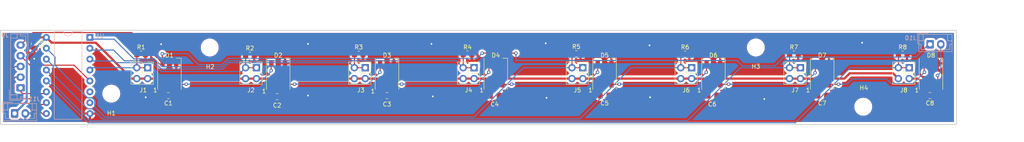
<source format=kicad_pcb>
(kicad_pcb (version 20171130) (host pcbnew "(5.1.9-0-10_14)")
  (layers (0 F.Cu signal) (31 B.Cu signal) (34 B.Paste user) (35 F.Paste user) (36 B.SilkS user) (37 F.SilkS user) (38 B.Mask user) (39 F.Mask user) (44 Edge.Cuts user))
  (net 0 "")
  (net 1 VDD)
  (net 2 GND)
  (net 3 /LED_In)
  (net 4 /InputNode1/DIN)
  (net 5 /InputNode2/DIN)
  (net 6 /InputNode3/DIN)
  (net 7 /LED_Link)
  (net 8 /InputNode5/DIN)
  (net 9 /InputNode6/DIN)
  (net 10 /InputNode7/DIN)
  (net 11 /LED_Out)
  (net 12 /BTN0)
  (net 13 /BTN1)
  (net 14 /BTN2)
  (net 15 /BTN3)
  (net 16 /BTN4)
  (net 17 /BTN5)
  (net 18 /BTN6)
  (net 19 /BTN7)
  (net 20 /MUX_OUT)
  (net 21 /ESPselA)
  (net 22 /ESPselB)
  (net 23 /ESPselC)
  (net 24 "Net-(U1-Pad6)")
  (net 25 "Net-(U1-Pad7)")
  (module Package_DIP:DIP-16_W10.16mm (layer B.Cu) (at 63.9826 85.471 180)
    (fp_text reference U1 (at -2.3368 0.3175) (layer B.SilkS) (effects (justify mirror)))
    (fp_text value SN74HC151N)
    (pad 1 thru_hole rect (at 0 0 180) (size 1.6 1.6) (drill 0.8) (layers *.Cu *.Mask) (net 15 /BTN3))
    (pad 9 thru_hole oval (at 10.16 -17.78 180) (size 1.6 1.6) (drill 0.8) (layers *.Cu *.Mask) (net 23 /ESPselC))
    (pad 2 thru_hole oval (at 0 -2.54 180) (size 1.6 1.6) (drill 0.8) (layers *.Cu *.Mask) (net 14 /BTN2))
    (pad 10 thru_hole oval (at 10.16 -15.24 180) (size 1.6 1.6) (drill 0.8) (layers *.Cu *.Mask) (net 22 /ESPselB))
    (pad 3 thru_hole oval (at 0 -5.08 180) (size 1.6 1.6) (drill 0.8) (layers *.Cu *.Mask) (net 13 /BTN1))
    (pad 11 thru_hole oval (at 10.16 -12.7 180) (size 1.6 1.6) (drill 0.8) (layers *.Cu *.Mask) (net 21 /ESPselA))
    (pad 4 thru_hole oval (at 0 -7.62 180) (size 1.6 1.6) (drill 0.8) (layers *.Cu *.Mask) (net 12 /BTN0))
    (pad 12 thru_hole oval (at 10.16 -10.16 180) (size 1.6 1.6) (drill 0.8) (layers *.Cu *.Mask) (net 19 /BTN7))
    (pad 5 thru_hole oval (at 0 -10.16 180) (size 1.6 1.6) (drill 0.8) (layers *.Cu *.Mask) (net 20 /MUX_OUT))
    (pad 13 thru_hole oval (at 10.16 -7.62 180) (size 1.6 1.6) (drill 0.8) (layers *.Cu *.Mask) (net 18 /BTN6))
    (pad 6 thru_hole oval (at 0 -12.7 180) (size 1.6 1.6) (drill 0.8) (layers *.Cu *.Mask) (net 24 "Net-(U1-Pad6)"))
    (pad 14 thru_hole oval (at 10.16 -5.08 180) (size 1.6 1.6) (drill 0.8) (layers *.Cu *.Mask) (net 17 /BTN5))
    (pad 7 thru_hole oval (at 0 -15.24 180) (size 1.6 1.6) (drill 0.8) (layers *.Cu *.Mask) (net 25 "Net-(U1-Pad7)"))
    (pad 15 thru_hole oval (at 10.16 -2.54 180) (size 1.6 1.6) (drill 0.8) (layers *.Cu *.Mask) (net 16 /BTN4))
    (pad 8 thru_hole oval (at 0 -17.78 180) (size 1.6 1.6) (drill 0.8) (layers *.Cu *.Mask) (net 2 GND))
    (pad 16 thru_hole oval (at 10.16 0 180) (size 1.6 1.6) (drill 0.8) (layers *.Cu *.Mask) (net 1 VDD))
  )
  (module Capacitor_SMD:C_0805_2012Metric_Pad1.18x1.45mm_HandSolder (layer F.Cu) (at 51.0413 86.9442 270)
    (fp_text reference C9 (at 0 -1.68 90) (layer F.SilkS))
    (fp_text value 0.1uF)
    (pad 2 smd roundrect (at 1.0375 0 270) (size 1.175 1.45) (layers F.Cu F.Paste F.Mask) (roundrect_rratio 0.212766) (net 2 GND))
    (pad 1 smd roundrect (at -1.0375 0 270) (size 1.175 1.45) (layers F.Cu F.Paste F.Mask) (roundrect_rratio 0.212766) (net 1 VDD))
  )
  (module Connector_JST:JST_EH_B2B-EH-A_1x02_P2.50mm_Vertical (layer B.Cu) (at 46.4058 103.2256)
    (fp_text reference J11 (at 4.5974 -3.3909) (layer B.SilkS) (effects (justify mirror)))
    (fp_text value ESP_Conn)
    (pad 2 thru_hole oval (at 2.5 0) (size 1.7 2) (drill 1) (layers *.Cu *.Mask) (net 2 GND))
    (pad 1 thru_hole roundrect (at 0 0) (size 1.7 2) (drill 1) (layers *.Cu *.Mask) (roundrect_rratio 0.147059) (net 1 VDD))
  )
  (module Connector_JST:JST_EH_B5B-EH-A_1x05_P2.50mm_Vertical (layer B.Cu) (at 47.8028 97.2566 90)
    (fp_text reference J9 (at 12.2809 -3.6449 180) (layer B.SilkS) (effects (justify mirror)))
    (fp_text value ESP_Conn)
    (pad 5 thru_hole oval (at 10 0 90) (size 1.7 1.95) (drill 0.95) (layers *.Cu *.Mask) (net 3 /LED_In))
    (pad 4 thru_hole oval (at 7.5 0 90) (size 1.7 1.95) (drill 0.95) (layers *.Cu *.Mask) (net 20 /MUX_OUT))
    (pad 3 thru_hole oval (at 5 0 90) (size 1.7 1.95) (drill 0.95) (layers *.Cu *.Mask) (net 23 /ESPselC))
    (pad 2 thru_hole oval (at 2.5 0 90) (size 1.7 1.95) (drill 0.95) (layers *.Cu *.Mask) (net 22 /ESPselB))
    (pad 1 thru_hole roundrect (at 0 0 90) (size 1.7 1.95) (drill 0.95) (layers *.Cu *.Mask) (roundrect_rratio 0.147059) (net 21 /ESPselA))
  )
  (module Connector_JST:JST_EH_B2B-EH-A_1x02_P2.50mm_Vertical (layer B.Cu) (at 260.1341 87.0839)
    (fp_text reference J10 (at -4.5466 -1.4732) (layer B.SilkS) (effects (justify mirror)))
    (fp_text value LED_Conn)
    (pad 2 thru_hole oval (at 2.5 0) (size 1.7 2) (drill 1) (layers *.Cu *.Mask) (net 11 /LED_Out))
    (pad 1 thru_hole roundrect (at 0 0) (size 1.7 2) (drill 1) (layers *.Cu *.Mask) (roundrect_rratio 0.147059) (net 3 /LED_In))
  )
  (module Resistor_SMD:R_0805_2012Metric_Pad1.20x1.40mm_HandSolder (layer F.Cu) (at 253.746 89.408)
    (fp_text reference R8 (at 0 -1.65) (layer F.SilkS))
    (fp_text value 10K)
    (pad 2 smd roundrect (at 1 0) (size 1.2 1.4) (layers F.Cu F.Paste F.Mask) (roundrect_rratio 0.208333) (net 2 GND))
    (pad 1 smd roundrect (at -1 0) (size 1.2 1.4) (layers F.Cu F.Paste F.Mask) (roundrect_rratio 0.208333) (net 19 /BTN7))
  )
  (module Resistor_SMD:R_0805_2012Metric_Pad1.20x1.40mm_HandSolder (layer F.Cu) (at 228.346 89.408)
    (fp_text reference R7 (at 0 -1.65) (layer F.SilkS))
    (fp_text value 10K)
    (pad 2 smd roundrect (at 1 0) (size 1.2 1.4) (layers F.Cu F.Paste F.Mask) (roundrect_rratio 0.208333) (net 2 GND))
    (pad 1 smd roundrect (at -1 0) (size 1.2 1.4) (layers F.Cu F.Paste F.Mask) (roundrect_rratio 0.208333) (net 18 /BTN6))
  )
  (module Resistor_SMD:R_0805_2012Metric_Pad1.20x1.40mm_HandSolder (layer F.Cu) (at 202.946 89.408)
    (fp_text reference R6 (at 0 -1.65) (layer F.SilkS))
    (fp_text value 10K)
    (pad 2 smd roundrect (at 1 0) (size 1.2 1.4) (layers F.Cu F.Paste F.Mask) (roundrect_rratio 0.208333) (net 2 GND))
    (pad 1 smd roundrect (at -1 0) (size 1.2 1.4) (layers F.Cu F.Paste F.Mask) (roundrect_rratio 0.208333) (net 17 /BTN5))
  )
  (module Resistor_SMD:R_0805_2012Metric_Pad1.20x1.40mm_HandSolder (layer F.Cu) (at 177.546 89.281)
    (fp_text reference R5 (at 0 -1.65) (layer F.SilkS))
    (fp_text value 10K)
    (pad 2 smd roundrect (at 1 0) (size 1.2 1.4) (layers F.Cu F.Paste F.Mask) (roundrect_rratio 0.208333) (net 2 GND))
    (pad 1 smd roundrect (at -1 0) (size 1.2 1.4) (layers F.Cu F.Paste F.Mask) (roundrect_rratio 0.208333) (net 16 /BTN4))
  )
  (module Resistor_SMD:R_0805_2012Metric_Pad1.20x1.40mm_HandSolder (layer F.Cu) (at 152.146 89.408)
    (fp_text reference R4 (at 0 -1.65) (layer F.SilkS))
    (fp_text value 10K)
    (pad 2 smd roundrect (at 1 0) (size 1.2 1.4) (layers F.Cu F.Paste F.Mask) (roundrect_rratio 0.208333) (net 2 GND))
    (pad 1 smd roundrect (at -1 0) (size 1.2 1.4) (layers F.Cu F.Paste F.Mask) (roundrect_rratio 0.208333) (net 15 /BTN3))
  )
  (module Resistor_SMD:R_0805_2012Metric_Pad1.20x1.40mm_HandSolder (layer F.Cu) (at 126.746 89.408)
    (fp_text reference R3 (at 0 -1.65) (layer F.SilkS))
    (fp_text value 10K)
    (pad 2 smd roundrect (at 1 0) (size 1.2 1.4) (layers F.Cu F.Paste F.Mask) (roundrect_rratio 0.208333) (net 2 GND))
    (pad 1 smd roundrect (at -1 0) (size 1.2 1.4) (layers F.Cu F.Paste F.Mask) (roundrect_rratio 0.208333) (net 14 /BTN2))
  )
  (module Resistor_SMD:R_0805_2012Metric_Pad1.20x1.40mm_HandSolder (layer F.Cu) (at 101.346 89.662)
    (fp_text reference R2 (at 0 -1.65) (layer F.SilkS))
    (fp_text value 10K)
    (pad 2 smd roundrect (at 1 0) (size 1.2 1.4) (layers F.Cu F.Paste F.Mask) (roundrect_rratio 0.208333) (net 2 GND))
    (pad 1 smd roundrect (at -1 0) (size 1.2 1.4) (layers F.Cu F.Paste F.Mask) (roundrect_rratio 0.208333) (net 13 /BTN1))
  )
  (module Resistor_SMD:R_0805_2012Metric_Pad1.20x1.40mm_HandSolder (layer F.Cu) (at 75.946 89.408)
    (fp_text reference R1 (at 0 -1.65) (layer F.SilkS))
    (fp_text value 10K)
    (pad 2 smd roundrect (at 1 0) (size 1.2 1.4) (layers F.Cu F.Paste F.Mask) (roundrect_rratio 0.208333) (net 2 GND))
    (pad 1 smd roundrect (at -1 0) (size 1.2 1.4) (layers F.Cu F.Paste F.Mask) (roundrect_rratio 0.208333) (net 12 /BTN0))
  )
  (module MountingHole:MountingHole_3.2mm_M3 (layer F.Cu) (at 219.456 87.8332)
    (fp_text reference H3 (at 0.0127 4.4323) (layer F.SilkS))
    (fp_text value MountingHole)
    (pad 1 np_thru_hole circle (at 0 0) (size 3.2 3.2) (drill 3.2) (layers *.Cu *.Mask))
  )
  (module MountingHole:MountingHole_3.2mm_M3 (layer F.Cu) (at 244.5385 101.6635)
    (fp_text reference H4 (at 0.1397 -4.3942) (layer F.SilkS))
    (fp_text value MountingHole)
    (pad 1 np_thru_hole circle (at 0 0) (size 3.2 3.2) (drill 3.2) (layers *.Cu *.Mask))
  )
  (module Capacitor_SMD:C_0805_2012Metric_Pad1.15x1.40mm_HandSolder (layer F.Cu) (at 82.305 99.06)
    (fp_text reference C1 (at 0 1.778) (layer F.SilkS))
    (fp_text value 100nF)
    (pad 1 smd roundrect (at -1.025 0) (size 1.15 1.4) (layers F.Cu F.Paste F.Mask) (roundrect_rratio 0.217391) (net 1 VDD))
    (pad 2 smd roundrect (at 1.025 0) (size 1.15 1.4) (layers F.Cu F.Paste F.Mask) (roundrect_rratio 0.217391) (net 2 GND))
  )
  (module Capacitor_SMD:C_0805_2012Metric_Pad1.15x1.40mm_HandSolder (layer F.Cu) (at 107.705 99.314)
    (fp_text reference C2 (at -0.009 2.032) (layer F.SilkS))
    (fp_text value 100nF)
    (pad 1 smd roundrect (at -1.025 0) (size 1.15 1.4) (layers F.Cu F.Paste F.Mask) (roundrect_rratio 0.217391) (net 1 VDD))
    (pad 2 smd roundrect (at 1.025 0) (size 1.15 1.4) (layers F.Cu F.Paste F.Mask) (roundrect_rratio 0.217391) (net 2 GND))
  )
  (module Capacitor_SMD:C_0805_2012Metric_Pad1.15x1.40mm_HandSolder (layer F.Cu) (at 133.35 99.06)
    (fp_text reference C3 (at 0 2.032) (layer F.SilkS))
    (fp_text value 100nF)
    (pad 1 smd roundrect (at -1.025 0) (size 1.15 1.4) (layers F.Cu F.Paste F.Mask) (roundrect_rratio 0.217391) (net 1 VDD))
    (pad 2 smd roundrect (at 1.025 0) (size 1.15 1.4) (layers F.Cu F.Paste F.Mask) (roundrect_rratio 0.217391) (net 2 GND))
  )
  (module Capacitor_SMD:C_0805_2012Metric_Pad1.15x1.40mm_HandSolder (layer F.Cu) (at 158.505 99.06)
    (fp_text reference C4 (at -0.009 2.032) (layer F.SilkS))
    (fp_text value 100nF)
    (pad 1 smd roundrect (at -1.025 0) (size 1.15 1.4) (layers F.Cu F.Paste F.Mask) (roundrect_rratio 0.217391) (net 1 VDD))
    (pad 2 smd roundrect (at 1.025 0) (size 1.15 1.4) (layers F.Cu F.Paste F.Mask) (roundrect_rratio 0.217391) (net 2 GND))
  )
  (module Capacitor_SMD:C_0805_2012Metric_Pad1.15x1.40mm_HandSolder (layer F.Cu) (at 184.15 99.06)
    (fp_text reference C5 (at 0 1.778) (layer F.SilkS))
    (fp_text value 100nF)
    (pad 2 smd roundrect (at 1.025 0) (size 1.15 1.4) (layers F.Cu F.Paste F.Mask) (roundrect_rratio 0.217391) (net 2 GND))
    (pad 1 smd roundrect (at -1.025 0) (size 1.15 1.4) (layers F.Cu F.Paste F.Mask) (roundrect_rratio 0.217391) (net 1 VDD))
  )
  (module Capacitor_SMD:C_0805_2012Metric_Pad1.15x1.40mm_HandSolder (layer F.Cu) (at 209.305 99.06)
    (fp_text reference C6 (at -0.009 2.032) (layer F.SilkS))
    (fp_text value 100nF)
    (pad 2 smd roundrect (at 1.025 0) (size 1.15 1.4) (layers F.Cu F.Paste F.Mask) (roundrect_rratio 0.217391) (net 2 GND))
    (pad 1 smd roundrect (at -1.025 0) (size 1.15 1.4) (layers F.Cu F.Paste F.Mask) (roundrect_rratio 0.217391) (net 1 VDD))
  )
  (module Capacitor_SMD:C_0805_2012Metric_Pad1.15x1.40mm_HandSolder (layer F.Cu) (at 234.95 99.06)
    (fp_text reference C7 (at 0 1.778) (layer F.SilkS))
    (fp_text value 100nF)
    (pad 2 smd roundrect (at 1.025 0) (size 1.15 1.4) (layers F.Cu F.Paste F.Mask) (roundrect_rratio 0.217391) (net 2 GND))
    (pad 1 smd roundrect (at -1.025 0) (size 1.15 1.4) (layers F.Cu F.Paste F.Mask) (roundrect_rratio 0.217391) (net 1 VDD))
  )
  (module Capacitor_SMD:C_0805_2012Metric_Pad1.15x1.40mm_HandSolder (layer F.Cu) (at 260.105 99.06)
    (fp_text reference C8 (at 0 1.778) (layer F.SilkS))
    (fp_text value 100nF)
    (pad 2 smd roundrect (at 1.025 0) (size 1.15 1.4) (layers F.Cu F.Paste F.Mask) (roundrect_rratio 0.217391) (net 2 GND))
    (pad 1 smd roundrect (at -1.025 0) (size 1.15 1.4) (layers F.Cu F.Paste F.Mask) (roundrect_rratio 0.217391) (net 1 VDD))
  )
  (module LED_SMD:LED_WS2812B_PLCC4_5.0x5.0mm_P3.2mm (layer F.Cu) (at 82.55 93.98 90)
    (fp_text reference D1 (at 4.318 0 180) (layer F.SilkS))
    (fp_text value WS2812C)
    (fp_text user 1 (at -3.81 -3.302 180) (layer F.SilkS))
    (pad 3 smd rect (at 2.45 1.6 90) (size 1.5 1) (layers F.Cu F.Paste F.Mask) (net 2 GND))
    (pad 4 smd rect (at 2.45 -1.6 90) (size 1.5 1) (layers F.Cu F.Paste F.Mask) (net 3 /LED_In))
    (pad 2 smd rect (at -2.45 1.6 90) (size 1.5 1) (layers F.Cu F.Paste F.Mask) (net 4 /InputNode1/DIN))
    (pad 1 smd rect (at -2.45 -1.6 90) (size 1.5 1) (layers F.Cu F.Paste F.Mask) (net 1 VDD))
  )
  (module LED_SMD:LED_WS2812B_PLCC4_5.0x5.0mm_P3.2mm (layer F.Cu) (at 107.95 93.98 90)
    (fp_text reference D2 (at 4.318 0 180) (layer F.SilkS))
    (fp_text value WS2812C)
    (fp_text user 1 (at -4.064 -3.302 180) (layer F.SilkS))
    (pad 1 smd rect (at -2.45 -1.6 90) (size 1.5 1) (layers F.Cu F.Paste F.Mask) (net 1 VDD))
    (pad 2 smd rect (at -2.45 1.6 90) (size 1.5 1) (layers F.Cu F.Paste F.Mask) (net 5 /InputNode2/DIN))
    (pad 4 smd rect (at 2.45 -1.6 90) (size 1.5 1) (layers F.Cu F.Paste F.Mask) (net 4 /InputNode1/DIN))
    (pad 3 smd rect (at 2.45 1.6 90) (size 1.5 1) (layers F.Cu F.Paste F.Mask) (net 2 GND))
  )
  (module LED_SMD:LED_WS2812B_PLCC4_5.0x5.0mm_P3.2mm (layer F.Cu) (at 133.35 93.98 90)
    (fp_text reference D3 (at 4.318 0 180) (layer F.SilkS))
    (fp_text value WS2812C)
    (fp_text user 1 (at -4.064 -3.302 180) (layer F.SilkS))
    (pad 1 smd rect (at -2.45 -1.6 90) (size 1.5 1) (layers F.Cu F.Paste F.Mask) (net 1 VDD))
    (pad 2 smd rect (at -2.45 1.6 90) (size 1.5 1) (layers F.Cu F.Paste F.Mask) (net 6 /InputNode3/DIN))
    (pad 4 smd rect (at 2.45 -1.6 90) (size 1.5 1) (layers F.Cu F.Paste F.Mask) (net 5 /InputNode2/DIN))
    (pad 3 smd rect (at 2.45 1.6 90) (size 1.5 1) (layers F.Cu F.Paste F.Mask) (net 2 GND))
  )
  (module LED_SMD:LED_WS2812B_PLCC4_5.0x5.0mm_P3.2mm (layer F.Cu) (at 158.75 93.98 90)
    (fp_text reference D4 (at 4.318 0 180) (layer F.SilkS))
    (fp_text value WS2812C)
    (fp_text user 1 (at -3.81 -3.302 180) (layer F.SilkS))
    (pad 3 smd rect (at 2.45 1.6 90) (size 1.5 1) (layers F.Cu F.Paste F.Mask) (net 2 GND))
    (pad 4 smd rect (at 2.45 -1.6 90) (size 1.5 1) (layers F.Cu F.Paste F.Mask) (net 6 /InputNode3/DIN))
    (pad 2 smd rect (at -2.45 1.6 90) (size 1.5 1) (layers F.Cu F.Paste F.Mask) (net 7 /LED_Link))
    (pad 1 smd rect (at -2.45 -1.6 90) (size 1.5 1) (layers F.Cu F.Paste F.Mask) (net 1 VDD))
  )
  (module LED_SMD:LED_WS2812B_PLCC4_5.0x5.0mm_P3.2mm (layer F.Cu) (at 184.15 93.98 90)
    (fp_text reference D5 (at 4.318 0 180) (layer F.SilkS))
    (fp_text value WS2812C)
    (fp_text user 1 (at -3.81 -3.302 180) (layer F.SilkS))
    (pad 1 smd rect (at -2.45 -1.6 90) (size 1.5 1) (layers F.Cu F.Paste F.Mask) (net 1 VDD))
    (pad 2 smd rect (at -2.45 1.6 90) (size 1.5 1) (layers F.Cu F.Paste F.Mask) (net 8 /InputNode5/DIN))
    (pad 4 smd rect (at 2.45 -1.6 90) (size 1.5 1) (layers F.Cu F.Paste F.Mask) (net 7 /LED_Link))
    (pad 3 smd rect (at 2.45 1.6 90) (size 1.5 1) (layers F.Cu F.Paste F.Mask) (net 2 GND))
  )
  (module LED_SMD:LED_WS2812B_PLCC4_5.0x5.0mm_P3.2mm (layer F.Cu) (at 209.55 93.98 90)
    (fp_text reference D6 (at 4.318 0 180) (layer F.SilkS))
    (fp_text value WS2812C)
    (fp_text user 1 (at -3.81 -3.302 180) (layer F.SilkS))
    (pad 3 smd rect (at 2.45 1.6 90) (size 1.5 1) (layers F.Cu F.Paste F.Mask) (net 2 GND))
    (pad 4 smd rect (at 2.45 -1.6 90) (size 1.5 1) (layers F.Cu F.Paste F.Mask) (net 8 /InputNode5/DIN))
    (pad 2 smd rect (at -2.45 1.6 90) (size 1.5 1) (layers F.Cu F.Paste F.Mask) (net 9 /InputNode6/DIN))
    (pad 1 smd rect (at -2.45 -1.6 90) (size 1.5 1) (layers F.Cu F.Paste F.Mask) (net 1 VDD))
  )
  (module LED_SMD:LED_WS2812B_PLCC4_5.0x5.0mm_P3.2mm (layer F.Cu) (at 234.95 93.98 90)
    (fp_text reference D7 (at 4.318 0 180) (layer F.SilkS))
    (fp_text value WS2812C)
    (fp_text user 1 (at -3.81 -3.302 180) (layer F.SilkS))
    (pad 3 smd rect (at 2.45 1.6 90) (size 1.5 1) (layers F.Cu F.Paste F.Mask) (net 2 GND))
    (pad 4 smd rect (at 2.45 -1.6 90) (size 1.5 1) (layers F.Cu F.Paste F.Mask) (net 9 /InputNode6/DIN))
    (pad 2 smd rect (at -2.45 1.6 90) (size 1.5 1) (layers F.Cu F.Paste F.Mask) (net 10 /InputNode7/DIN))
    (pad 1 smd rect (at -2.45 -1.6 90) (size 1.5 1) (layers F.Cu F.Paste F.Mask) (net 1 VDD))
  )
  (module LED_SMD:LED_WS2812B_PLCC4_5.0x5.0mm_P3.2mm (layer F.Cu) (at 260.35 93.98 90)
    (fp_text reference D8 (at 4.318 0 180) (layer F.SilkS))
    (fp_text value WS2812C)
    (fp_text user 1 (at -3.81 -3.302 180) (layer F.SilkS))
    (pad 1 smd rect (at -2.45 -1.6 90) (size 1.5 1) (layers F.Cu F.Paste F.Mask) (net 1 VDD))
    (pad 2 smd rect (at -2.45 1.6 90) (size 1.5 1) (layers F.Cu F.Paste F.Mask) (net 11 /LED_Out))
    (pad 4 smd rect (at 2.45 -1.6 90) (size 1.5 1) (layers F.Cu F.Paste F.Mask) (net 10 /InputNode7/DIN))
    (pad 3 smd rect (at 2.45 1.6 90) (size 1.5 1) (layers F.Cu F.Paste F.Mask) (net 2 GND))
  )
  (module MountingHole:MountingHole_3.2mm_M3 (layer F.Cu) (at 68.9864 98.6028)
    (fp_text reference H1 (at 0 4.572) (layer F.SilkS))
    (fp_text value MountingHole)
    (pad 1 np_thru_hole circle (at 0 0) (size 3.2 3.2) (drill 3.2) (layers *.Cu *.Mask))
  )
  (module MountingHole:MountingHole_3.2mm_M3 (layer F.Cu) (at 91.9607 87.8332)
    (fp_text reference H2 (at 0.1016 4.5085) (layer F.SilkS))
    (fp_text value MountingHole)
    (pad 1 np_thru_hole circle (at 0 0) (size 3.2 3.2) (drill 3.2) (layers *.Cu *.Mask))
  )
  (module Connector_PinSocket_2.54mm:PinSocket_2x02_P2.54mm_Vertical (layer F.Cu) (at 77.47 92.55)
    (fp_text reference J1 (at -1.016 5.24) (layer F.SilkS))
    (fp_text value Conn_01x04_Female)
    (pad 4 thru_hole oval (at -2.54 2.54) (size 1.7 1.7) (drill 1) (layers *.Cu *.Mask) (net 1 VDD))
    (pad 3 thru_hole oval (at 0 2.54) (size 1.7 1.7) (drill 1) (layers *.Cu *.Mask) (net 1 VDD))
    (pad 2 thru_hole oval (at -2.54 0) (size 1.7 1.7) (drill 1) (layers *.Cu *.Mask) (net 12 /BTN0))
    (pad 1 thru_hole rect (at 0 0) (size 1.7 1.7) (drill 1) (layers *.Cu *.Mask) (net 12 /BTN0))
  )
  (module Connector_PinSocket_2.54mm:PinSocket_2x02_P2.54mm_Vertical (layer F.Cu) (at 102.87 92.55)
    (fp_text reference J2 (at -1.27 5.24) (layer F.SilkS))
    (fp_text value Conn_01x04_Female)
    (pad 1 thru_hole rect (at 0 0) (size 1.7 1.7) (drill 1) (layers *.Cu *.Mask) (net 13 /BTN1))
    (pad 2 thru_hole oval (at -2.54 0) (size 1.7 1.7) (drill 1) (layers *.Cu *.Mask) (net 13 /BTN1))
    (pad 3 thru_hole oval (at 0 2.54) (size 1.7 1.7) (drill 1) (layers *.Cu *.Mask) (net 1 VDD))
    (pad 4 thru_hole oval (at -2.54 2.54) (size 1.7 1.7) (drill 1) (layers *.Cu *.Mask) (net 1 VDD))
  )
  (module Connector_PinSocket_2.54mm:PinSocket_2x02_P2.54mm_Vertical (layer F.Cu) (at 128.27 92.55)
    (fp_text reference J3 (at -1.016 5.24) (layer F.SilkS))
    (fp_text value Conn_01x04_Female)
    (pad 4 thru_hole oval (at -2.54 2.54) (size 1.7 1.7) (drill 1) (layers *.Cu *.Mask) (net 1 VDD))
    (pad 3 thru_hole oval (at 0 2.54) (size 1.7 1.7) (drill 1) (layers *.Cu *.Mask) (net 1 VDD))
    (pad 2 thru_hole oval (at -2.54 0) (size 1.7 1.7) (drill 1) (layers *.Cu *.Mask) (net 14 /BTN2))
    (pad 1 thru_hole rect (at 0 0) (size 1.7 1.7) (drill 1) (layers *.Cu *.Mask) (net 14 /BTN2))
  )
  (module Connector_PinSocket_2.54mm:PinSocket_2x02_P2.54mm_Vertical (layer F.Cu) (at 153.67 92.55)
    (fp_text reference J4 (at -1.27 5.24) (layer F.SilkS))
    (fp_text value Conn_01x04_Female)
    (pad 4 thru_hole oval (at -2.54 2.54) (size 1.7 1.7) (drill 1) (layers *.Cu *.Mask) (net 1 VDD))
    (pad 3 thru_hole oval (at 0 2.54) (size 1.7 1.7) (drill 1) (layers *.Cu *.Mask) (net 1 VDD))
    (pad 2 thru_hole oval (at -2.54 0) (size 1.7 1.7) (drill 1) (layers *.Cu *.Mask) (net 15 /BTN3))
    (pad 1 thru_hole rect (at 0 0) (size 1.7 1.7) (drill 1) (layers *.Cu *.Mask) (net 15 /BTN3))
  )
  (module Connector_PinSocket_2.54mm:PinSocket_2x02_P2.54mm_Vertical (layer F.Cu) (at 179.07 92.55)
    (fp_text reference J5 (at -1.27 5.24) (layer F.SilkS))
    (fp_text value Conn_01x04_Female)
    (pad 4 thru_hole oval (at -2.54 2.54) (size 1.7 1.7) (drill 1) (layers *.Cu *.Mask) (net 1 VDD))
    (pad 3 thru_hole oval (at 0 2.54) (size 1.7 1.7) (drill 1) (layers *.Cu *.Mask) (net 1 VDD))
    (pad 2 thru_hole oval (at -2.54 0) (size 1.7 1.7) (drill 1) (layers *.Cu *.Mask) (net 16 /BTN4))
    (pad 1 thru_hole rect (at 0 0) (size 1.7 1.7) (drill 1) (layers *.Cu *.Mask) (net 16 /BTN4))
  )
  (module Connector_PinSocket_2.54mm:PinSocket_2x02_P2.54mm_Vertical (layer F.Cu) (at 204.47 92.55)
    (fp_text reference J6 (at -1.27 5.24) (layer F.SilkS))
    (fp_text value Conn_01x04_Female)
    (pad 1 thru_hole rect (at 0 0) (size 1.7 1.7) (drill 1) (layers *.Cu *.Mask) (net 17 /BTN5))
    (pad 2 thru_hole oval (at -2.54 0) (size 1.7 1.7) (drill 1) (layers *.Cu *.Mask) (net 17 /BTN5))
    (pad 3 thru_hole oval (at 0 2.54) (size 1.7 1.7) (drill 1) (layers *.Cu *.Mask) (net 1 VDD))
    (pad 4 thru_hole oval (at -2.54 2.54) (size 1.7 1.7) (drill 1) (layers *.Cu *.Mask) (net 1 VDD))
  )
  (module Connector_PinSocket_2.54mm:PinSocket_2x02_P2.54mm_Vertical (layer F.Cu) (at 229.87 92.55)
    (fp_text reference J7 (at -1.27 5.24) (layer F.SilkS))
    (fp_text value Conn_01x04_Female)
    (pad 1 thru_hole rect (at 0 0) (size 1.7 1.7) (drill 1) (layers *.Cu *.Mask) (net 18 /BTN6))
    (pad 2 thru_hole oval (at -2.54 0) (size 1.7 1.7) (drill 1) (layers *.Cu *.Mask) (net 18 /BTN6))
    (pad 3 thru_hole oval (at 0 2.54) (size 1.7 1.7) (drill 1) (layers *.Cu *.Mask) (net 1 VDD))
    (pad 4 thru_hole oval (at -2.54 2.54) (size 1.7 1.7) (drill 1) (layers *.Cu *.Mask) (net 1 VDD))
  )
  (module Connector_PinSocket_2.54mm:PinSocket_2x02_P2.54mm_Vertical (layer F.Cu) (at 255.27 92.55)
    (fp_text reference J8 (at -1.27 5.24) (layer F.SilkS))
    (fp_text value Conn_01x04_Female)
    (pad 1 thru_hole rect (at 0 0) (size 1.7 1.7) (drill 1) (layers *.Cu *.Mask) (net 19 /BTN7))
    (pad 2 thru_hole oval (at -2.54 0) (size 1.7 1.7) (drill 1) (layers *.Cu *.Mask) (net 19 /BTN7))
    (pad 3 thru_hole oval (at 0 2.54) (size 1.7 1.7) (drill 1) (layers *.Cu *.Mask) (net 1 VDD))
    (pad 4 thru_hole oval (at -2.54 2.54) (size 1.7 1.7) (drill 1) (layers *.Cu *.Mask) (net 1 VDD))
  )
  (gr_line (start 266.3 83.82) (end 266.3 105.82) (layer Edge.Cuts) (width 0.2))
  (gr_line (start 43.1 83.82) (end 43.1 105.82) (layer Edge.Cuts) (width 0.2))
  (gr_line (start 43.1 105.82) (end 266.3 105.82) (layer Edge.Cuts) (width 0.2))
  (gr_line (start 43.1 83.82) (end 266.3 83.82) (layer Edge.Cuts) (width 0.2))
  (segment (start 77.47 95.09) (end 74.93 95.09) (width 0.5) (layer F.Cu) (net 1))
  (segment (start 80.95 96.43) (end 80.95 98.73) (width 0.5) (layer F.Cu) (net 1))
  (segment (start 79.61 95.09) (end 80.95 96.43) (width 0.5) (layer F.Cu) (net 1))
  (segment (start 80.95 98.73) (end 81.28 99.06) (width 0.5) (layer F.Cu) (net 1))
  (segment (start 77.47 95.09) (end 79.61 95.09) (width 0.5) (layer F.Cu) (net 1))
  (segment (start 84.870002 95.09) (end 100.33 95.09) (width 0.5) (layer F.Cu) (net 1))
  (segment (start 77.47 95.09) (end 84.870002 95.09) (width 0.5) (layer F.Cu) (net 1))
  (segment (start 102.87 95.09) (end 100.33 95.09) (width 0.5) (layer F.Cu) (net 1))
  (segment (start 105.01 95.09) (end 106.35 96.43) (width 0.5) (layer F.Cu) (net 1))
  (segment (start 102.87 95.09) (end 105.01 95.09) (width 0.5) (layer F.Cu) (net 1))
  (segment (start 106.35 98.984) (end 106.68 99.314) (width 0.5) (layer F.Cu) (net 1))
  (segment (start 106.35 96.43) (end 106.35 98.984) (width 0.5) (layer F.Cu) (net 1))
  (segment (start 102.87 95.09) (end 125.73 95.09) (width 0.5) (layer F.Cu) (net 1))
  (segment (start 128.27 95.09) (end 125.73 95.09) (width 0.5) (layer F.Cu) (net 1))
  (segment (start 130.41 95.09) (end 131.75 96.43) (width 0.5) (layer F.Cu) (net 1))
  (segment (start 128.27 95.09) (end 130.41 95.09) (width 0.5) (layer F.Cu) (net 1))
  (segment (start 131.75 98.485) (end 132.325 99.06) (width 0.5) (layer F.Cu) (net 1))
  (segment (start 131.75 96.43) (end 131.75 98.485) (width 0.5) (layer F.Cu) (net 1))
  (segment (start 128.27 95.09) (end 151.13 95.09) (width 0.5) (layer F.Cu) (net 1))
  (segment (start 153.67 95.09) (end 151.13 95.09) (width 0.5) (layer F.Cu) (net 1))
  (segment (start 155.81 95.09) (end 157.15 96.43) (width 0.5) (layer F.Cu) (net 1))
  (segment (start 153.67 95.09) (end 155.81 95.09) (width 0.5) (layer F.Cu) (net 1))
  (segment (start 157.15 98.73) (end 157.48 99.06) (width 0.5) (layer F.Cu) (net 1))
  (segment (start 157.15 96.43) (end 157.15 98.73) (width 0.5) (layer F.Cu) (net 1))
  (segment (start 153.67 95.09) (end 176.53 95.09) (width 0.5) (layer F.Cu) (net 1))
  (segment (start 179.07 95.09) (end 176.53 95.09) (width 0.5) (layer F.Cu) (net 1))
  (segment (start 181.21 95.09) (end 182.55 96.43) (width 0.5) (layer F.Cu) (net 1))
  (segment (start 179.07 95.09) (end 181.21 95.09) (width 0.5) (layer F.Cu) (net 1))
  (segment (start 183.125 97.005) (end 182.55 96.43) (width 0.5) (layer F.Cu) (net 1))
  (segment (start 183.125 99.06) (end 183.125 97.005) (width 0.5) (layer F.Cu) (net 1))
  (segment (start 179.07 95.09) (end 201.93 95.09) (width 0.5) (layer F.Cu) (net 1))
  (segment (start 204.47 95.09) (end 201.93 95.09) (width 0.5) (layer F.Cu) (net 1))
  (segment (start 206.61 95.09) (end 207.95 96.43) (width 0.5) (layer F.Cu) (net 1))
  (segment (start 204.47 95.09) (end 206.61 95.09) (width 0.5) (layer F.Cu) (net 1))
  (segment (start 207.95 98.73) (end 208.28 99.06) (width 0.5) (layer F.Cu) (net 1))
  (segment (start 207.95 96.43) (end 207.95 98.73) (width 0.5) (layer F.Cu) (net 1))
  (segment (start 204.47 95.09) (end 227.33 95.09) (width 0.5) (layer F.Cu) (net 1))
  (segment (start 229.87 95.09) (end 227.33 95.09) (width 0.5) (layer F.Cu) (net 1))
  (segment (start 232.01 95.09) (end 233.35 96.43) (width 0.5) (layer F.Cu) (net 1))
  (segment (start 229.87 95.09) (end 232.01 95.09) (width 0.5) (layer F.Cu) (net 1))
  (segment (start 233.35 98.485) (end 233.925 99.06) (width 0.5) (layer F.Cu) (net 1))
  (segment (start 233.35 96.43) (end 233.35 98.485) (width 0.5) (layer F.Cu) (net 1))
  (segment (start 257.41 95.09) (end 258.75 96.43) (width 0.5) (layer F.Cu) (net 1))
  (segment (start 255.27 95.09) (end 257.41 95.09) (width 0.5) (layer F.Cu) (net 1))
  (segment (start 258.75 98.73) (end 259.08 99.06) (width 0.5) (layer F.Cu) (net 1))
  (segment (start 258.75 96.43) (end 258.75 98.73) (width 0.5) (layer F.Cu) (net 1))
  (segment (start 229.87 95.09) (end 240.1265 95.09) (width 0.5) (layer F.Cu) (net 1))
  (segment (start 240.1265 95.09) (end 241.3635 93.853) (width 0.5) (layer F.Cu) (net 1))
  (segment (start 251.493 93.853) (end 252.73 95.09) (width 0.5) (layer F.Cu) (net 1))
  (segment (start 241.3635 93.853) (end 251.493 93.853) (width 0.5) (layer F.Cu) (net 1))
  (segment (start 74.93 95.09) (end 73.727919 95.09) (width 0.5) (layer F.Cu) (net 1))
  (segment (start 51.0579 85.8901) (end 51.0413 85.9067) (width 0.5) (layer F.Cu) (net 1))
  (segment (start 65.358919 86.721001) (end 66.033309 87.395391) (width 0.5) (layer F.Cu) (net 1))
  (segment (start 55.072601 86.721001) (end 65.358919 86.721001) (width 0.5) (layer F.Cu) (net 1))
  (segment (start 53.8226 85.471) (end 55.072601 86.721001) (width 0.5) (layer F.Cu) (net 1))
  (segment (start 66.033309 87.395391) (end 65.77802 87.140101) (width 0.5) (layer F.Cu) (net 1))
  (segment (start 73.727919 95.09) (end 66.033309 87.395391) (width 0.5) (layer F.Cu) (net 1))
  (segment (start 49.22781 90.06579) (end 53.8226 85.471) (width 0.5) (layer B.Cu) (net 1))
  (segment (start 49.22781 100.40359) (end 49.22781 90.06579) (width 0.5) (layer B.Cu) (net 1))
  (segment (start 46.4058 103.2256) (end 49.22781 100.40359) (width 0.5) (layer B.Cu) (net 1))
  (segment (start 51.477 85.471) (end 51.0413 85.9067) (width 0.5) (layer F.Cu) (net 1))
  (segment (start 53.8226 85.471) (end 51.477 85.471) (width 0.5) (layer F.Cu) (net 1))
  (via (at 77.0128 99.4537) (size 0.8) (drill 0.4) (layers F.Cu B.Cu) (net 2))
  (via (at 80.6196 87.0585) (size 0.8) (drill 0.4) (layers F.Cu B.Cu) (net 2))
  (via (at 114.8969 86.995) (size 0.8) (drill 0.4) (layers F.Cu B.Cu) (net 2))
  (via (at 114.8969 99.0473) (size 0.8) (drill 0.4) (layers F.Cu B.Cu) (net 2))
  (via (at 143.7259 86.995) (size 0.8) (drill 0.4) (layers F.Cu B.Cu) (net 2))
  (via (at 144.0561 99.2505) (size 0.8) (drill 0.4) (layers F.Cu B.Cu) (net 2))
  (via (at 170.3959 86.8553) (size 0.8) (drill 0.4) (layers F.Cu B.Cu) (net 2))
  (via (at 170.5991 99.5807) (size 0.8) (drill 0.4) (layers F.Cu B.Cu) (net 2))
  (via (at 194.6402 87.3252) (size 0.8) (drill 0.4) (layers F.Cu B.Cu) (net 2))
  (via (at 194.7672 99.4537) (size 0.8) (drill 0.4) (layers F.Cu B.Cu) (net 2))
  (via (at 221.4372 99.8474) (size 0.8) (drill 0.4) (layers F.Cu B.Cu) (net 2))
  (via (at 244.2718 86.7156) (size 0.8) (drill 0.4) (layers F.Cu B.Cu) (net 2))
  (via (at 50.9905 90.4621) (size 0.8) (drill 0.4) (layers F.Cu B.Cu) (net 2))
  (via (at 80.899 89.281) (size 0.8) (drill 0.4) (layers F.Cu B.Cu) (net 3))
  (segment (start 80.899 91.479) (end 80.95 91.53) (width 0.25) (layer F.Cu) (net 3))
  (segment (start 80.899 89.281) (end 80.899 91.479) (width 0.25) (layer F.Cu) (net 3))
  (via (at 163.449 89.154) (size 0.8) (drill 0.4) (layers F.Cu B.Cu) (net 3))
  (segment (start 155.448 89.281) (end 155.575 89.154) (width 0.25) (layer B.Cu) (net 3))
  (segment (start 155.575 89.154) (end 163.449 89.154) (width 0.25) (layer F.Cu) (net 3))
  (via (at 155.575 89.154) (size 0.8) (drill 0.4) (layers F.Cu B.Cu) (net 3))
  (segment (start 163.449 89.154) (end 163.449 90.8685) (width 0.25) (layer B.Cu) (net 3))
  (segment (start 163.449 90.8685) (end 215.0745 90.8685) (width 0.25) (layer B.Cu) (net 3))
  (segment (start 215.0745 90.8685) (end 216.30599 92.09999) (width 0.25) (layer B.Cu) (net 3))
  (segment (start 216.30599 92.09999) (end 223.93951 92.09999) (width 0.25) (layer B.Cu) (net 3))
  (segment (start 223.93951 92.09999) (end 225.976499 90.063001) (width 0.25) (layer B.Cu) (net 3))
  (segment (start 80.899 89.281) (end 86.8045 89.281) (width 0.25) (layer B.Cu) (net 3))
  (segment (start 86.8045 89.281) (end 89.3445 91.821) (width 0.25) (layer B.Cu) (net 3))
  (segment (start 94.80268 91.821) (end 96.26318 90.3605) (width 0.25) (layer B.Cu) (net 3))
  (segment (start 89.3445 91.821) (end 94.80268 91.821) (width 0.25) (layer B.Cu) (net 3))
  (segment (start 154.3685 90.3605) (end 155.575 89.154) (width 0.25) (layer B.Cu) (net 3))
  (segment (start 96.26318 90.3605) (end 154.3685 90.3605) (width 0.25) (layer B.Cu) (net 3))
  (segment (start 225.976499 90.063001) (end 256.839401 90.063001) (width 0.25) (layer B.Cu) (net 3))
  (segment (start 259.818502 87.0839) (end 256.839401 90.063001) (width 0.25) (layer B.Cu) (net 3))
  (segment (start 260.1341 87.0839) (end 259.818502 87.0839) (width 0.25) (layer B.Cu) (net 3))
  (segment (start 73.765999 84.345999) (end 74.4533 85.0333) (width 0.25) (layer F.Cu) (net 3))
  (segment (start 50.713401 84.345999) (end 73.765999 84.345999) (width 0.25) (layer F.Cu) (net 3))
  (segment (start 74.4533 85.0333) (end 74.185099 84.765099) (width 0.25) (layer F.Cu) (net 3))
  (segment (start 47.8028 87.2566) (end 50.713401 84.345999) (width 0.25) (layer F.Cu) (net 3))
  (segment (start 80.95 91.53) (end 74.4533 85.0333) (width 0.25) (layer F.Cu) (net 3))
  (via (at 86.487 96.393) (size 0.8) (drill 0.4) (layers F.Cu B.Cu) (net 4))
  (segment (start 86.45 96.43) (end 86.487 96.393) (width 0.25) (layer F.Cu) (net 4))
  (segment (start 84.15 96.43) (end 86.45 96.43) (width 0.25) (layer F.Cu) (net 4))
  (via (at 106.299 93.218) (size 0.8) (drill 0.4) (layers F.Cu B.Cu) (net 4))
  (segment (start 106.299 93.400002) (end 106.299 93.218) (width 0.25) (layer B.Cu) (net 4))
  (segment (start 103.306002 96.393) (end 106.299 93.400002) (width 0.25) (layer B.Cu) (net 4))
  (segment (start 86.487 96.393) (end 103.306002 96.393) (width 0.25) (layer B.Cu) (net 4))
  (segment (start 106.299 91.581) (end 106.35 91.53) (width 0.25) (layer F.Cu) (net 4))
  (segment (start 106.299 93.218) (end 106.299 91.581) (width 0.25) (layer F.Cu) (net 4))
  (via (at 111.76 96.393) (size 0.8) (drill 0.4) (layers F.Cu B.Cu) (net 5))
  (segment (start 111.723 96.43) (end 111.76 96.393) (width 0.25) (layer F.Cu) (net 5))
  (segment (start 109.55 96.43) (end 111.723 96.43) (width 0.25) (layer F.Cu) (net 5))
  (segment (start 131.699 91.581) (end 131.75 91.53) (width 0.25) (layer F.Cu) (net 5))
  (via (at 131.699 93.599) (size 0.8) (drill 0.4) (layers F.Cu B.Cu) (net 5))
  (segment (start 131.75 93.548) (end 131.699 93.599) (width 0.25) (layer F.Cu) (net 5))
  (segment (start 131.75 91.53) (end 131.75 93.548) (width 0.25) (layer F.Cu) (net 5))
  (segment (start 128.905 96.393) (end 111.76 96.393) (width 0.25) (layer B.Cu) (net 5))
  (segment (start 131.699 93.599) (end 128.905 96.393) (width 0.25) (layer B.Cu) (net 5))
  (via (at 157.099 93.599) (size 0.8) (drill 0.4) (layers F.Cu B.Cu) (net 6))
  (segment (start 157.15 93.548) (end 157.099 93.599) (width 0.25) (layer F.Cu) (net 6))
  (segment (start 157.15 91.53) (end 157.15 93.548) (width 0.25) (layer F.Cu) (net 6))
  (segment (start 154.305 96.393) (end 136.779 96.393) (width 0.25) (layer B.Cu) (net 6))
  (via (at 136.779 96.393) (size 0.8) (drill 0.4) (layers F.Cu B.Cu) (net 6))
  (segment (start 157.099 93.599) (end 154.305 96.393) (width 0.25) (layer B.Cu) (net 6))
  (segment (start 134.987 96.393) (end 134.95 96.43) (width 0.25) (layer F.Cu) (net 6))
  (segment (start 136.779 96.393) (end 134.987 96.393) (width 0.25) (layer F.Cu) (net 6))
  (via (at 162.433 96.393) (size 0.8) (drill 0.4) (layers F.Cu B.Cu) (net 7))
  (segment (start 162.396 96.43) (end 162.433 96.393) (width 0.25) (layer F.Cu) (net 7))
  (segment (start 160.35 96.43) (end 162.396 96.43) (width 0.25) (layer F.Cu) (net 7))
  (segment (start 182.55 93.548) (end 182.499 93.599) (width 0.25) (layer F.Cu) (net 7))
  (via (at 182.499 93.599) (size 0.8) (drill 0.4) (layers F.Cu B.Cu) (net 7))
  (segment (start 182.55 91.53) (end 182.55 93.548) (width 0.25) (layer F.Cu) (net 7))
  (segment (start 179.705 96.393) (end 162.433 96.393) (width 0.25) (layer B.Cu) (net 7))
  (segment (start 182.499 93.599) (end 179.705 96.393) (width 0.25) (layer B.Cu) (net 7))
  (segment (start 187.542 96.43) (end 187.579 96.393) (width 0.25) (layer F.Cu) (net 8))
  (via (at 187.579 96.393) (size 0.8) (drill 0.4) (layers F.Cu B.Cu) (net 8))
  (segment (start 185.75 96.43) (end 187.542 96.43) (width 0.25) (layer F.Cu) (net 8))
  (via (at 207.899 93.599) (size 0.8) (drill 0.4) (layers F.Cu B.Cu) (net 8))
  (segment (start 207.95 93.548) (end 207.899 93.599) (width 0.25) (layer F.Cu) (net 8))
  (segment (start 207.95 91.53) (end 207.95 93.548) (width 0.25) (layer F.Cu) (net 8))
  (segment (start 205.105 96.393) (end 187.579 96.393) (width 0.25) (layer B.Cu) (net 8))
  (segment (start 207.899 93.599) (end 205.105 96.393) (width 0.25) (layer B.Cu) (net 8))
  (segment (start 213.069 96.43) (end 213.106 96.393) (width 0.25) (layer F.Cu) (net 9))
  (via (at 213.106 96.393) (size 0.8) (drill 0.4) (layers F.Cu B.Cu) (net 9))
  (segment (start 211.15 96.43) (end 213.069 96.43) (width 0.25) (layer F.Cu) (net 9))
  (via (at 233.299 93.726) (size 0.8) (drill 0.4) (layers F.Cu B.Cu) (net 9))
  (segment (start 233.35 93.675) (end 233.299 93.726) (width 0.25) (layer F.Cu) (net 9))
  (segment (start 233.35 91.53) (end 233.35 93.675) (width 0.25) (layer F.Cu) (net 9))
  (segment (start 230.632 96.393) (end 213.106 96.393) (width 0.25) (layer B.Cu) (net 9))
  (segment (start 233.299 93.726) (end 230.632 96.393) (width 0.25) (layer B.Cu) (net 9))
  (segment (start 238.723 96.43) (end 238.76 96.393) (width 0.25) (layer F.Cu) (net 10))
  (via (at 238.76 96.393) (size 0.8) (drill 0.4) (layers F.Cu B.Cu) (net 10))
  (segment (start 236.55 96.43) (end 238.723 96.43) (width 0.25) (layer F.Cu) (net 10))
  (via (at 258.826 93.599) (size 0.8) (drill 0.4) (layers F.Cu B.Cu) (net 10))
  (segment (start 258.75 93.523) (end 258.826 93.599) (width 0.25) (layer F.Cu) (net 10))
  (segment (start 258.75 91.53) (end 258.75 93.523) (width 0.25) (layer F.Cu) (net 10))
  (segment (start 238.887999 96.265001) (end 238.76 96.393) (width 0.25) (layer B.Cu) (net 10))
  (segment (start 258.826 93.599) (end 256.159999 96.265001) (width 0.25) (layer B.Cu) (net 10))
  (segment (start 238.76 96.393) (end 240.792 96.393) (width 0.25) (layer B.Cu) (net 10))
  (segment (start 240.792 96.393) (end 241.9985 95.1865) (width 0.25) (layer B.Cu) (net 10))
  (segment (start 241.9985 95.1865) (end 249.9995 95.1865) (width 0.25) (layer B.Cu) (net 10))
  (segment (start 251.078001 96.265001) (end 256.159999 96.265001) (width 0.25) (layer B.Cu) (net 10))
  (segment (start 249.9995 95.1865) (end 251.078001 96.265001) (width 0.25) (layer B.Cu) (net 10))
  (via (at 261.874 94.361) (size 0.8) (drill 0.4) (layers F.Cu B.Cu) (net 11))
  (segment (start 261.95 94.437) (end 261.874 94.361) (width 0.25) (layer F.Cu) (net 11))
  (segment (start 261.95 96.43) (end 261.95 94.437) (width 0.25) (layer F.Cu) (net 11))
  (segment (start 262.6341 93.6009) (end 262.60425 93.63075) (width 0.25) (layer B.Cu) (net 11))
  (segment (start 262.6341 87.0839) (end 262.6341 93.6009) (width 0.25) (layer B.Cu) (net 11))
  (segment (start 261.874 94.361) (end 262.60425 93.63075) (width 0.25) (layer B.Cu) (net 11))
  (segment (start 74.93 92.55) (end 77.47 92.55) (width 0.25) (layer F.Cu) (net 12))
  (segment (start 64.3839 92.55) (end 63.4238 93.5101) (width 0.25) (layer B.Cu) (net 12))
  (segment (start 74.93 92.55) (end 64.3839 92.55) (width 0.25) (layer B.Cu) (net 12))
  (segment (start 74.946 92.534) (end 74.93 92.55) (width 0.25) (layer F.Cu) (net 12))
  (segment (start 74.946 89.408) (end 74.946 92.534) (width 0.25) (layer F.Cu) (net 12))
  (segment (start 100.33 92.55) (end 102.87 92.55) (width 0.25) (layer F.Cu) (net 13))
  (segment (start 100.346 92.534) (end 100.33 92.55) (width 0.25) (layer F.Cu) (net 13))
  (segment (start 100.346 89.662) (end 100.346 92.534) (width 0.25) (layer F.Cu) (net 13))
  (segment (start 69.7103 90.9701) (end 63.4238 90.9701) (width 0.25) (layer B.Cu) (net 13))
  (segment (start 99.440002 93.439998) (end 80.645 93.439998) (width 0.25) (layer B.Cu) (net 13))
  (segment (start 100.33 92.55) (end 99.440002 93.439998) (width 0.25) (layer B.Cu) (net 13))
  (segment (start 80.645 93.439998) (end 78.580001 91.374999) (width 0.25) (layer B.Cu) (net 13))
  (segment (start 78.580001 91.374999) (end 70.115199 91.374999) (width 0.25) (layer B.Cu) (net 13))
  (segment (start 70.115199 91.374999) (end 69.7103 90.9701) (width 0.25) (layer B.Cu) (net 13))
  (segment (start 125.73 92.55) (end 128.27 92.55) (width 0.25) (layer F.Cu) (net 14))
  (segment (start 125.746 92.534) (end 125.73 92.55) (width 0.25) (layer F.Cu) (net 14))
  (segment (start 125.746 89.408) (end 125.746 92.534) (width 0.25) (layer F.Cu) (net 14))
  (segment (start 69.5198 88.4301) (end 63.4238 88.4301) (width 0.25) (layer B.Cu) (net 14))
  (segment (start 72.014689 90.924989) (end 69.5198 88.4301) (width 0.25) (layer B.Cu) (net 14))
  (segment (start 124.554999 91.374999) (end 96.521501 91.374999) (width 0.25) (layer B.Cu) (net 14))
  (segment (start 95.0595 92.837) (end 80.678412 92.837) (width 0.25) (layer B.Cu) (net 14))
  (segment (start 125.73 92.55) (end 124.554999 91.374999) (width 0.25) (layer B.Cu) (net 14))
  (segment (start 96.521501 91.374999) (end 95.0595 92.837) (width 0.25) (layer B.Cu) (net 14))
  (segment (start 78.766401 90.924989) (end 72.014689 90.924989) (width 0.25) (layer B.Cu) (net 14))
  (segment (start 80.678412 92.837) (end 78.766401 90.924989) (width 0.25) (layer B.Cu) (net 14))
  (segment (start 151.13 92.55) (end 153.67 92.55) (width 0.25) (layer F.Cu) (net 15))
  (segment (start 151.146 92.534) (end 151.13 92.55) (width 0.25) (layer F.Cu) (net 15))
  (segment (start 151.146 89.408) (end 151.146 92.534) (width 0.25) (layer F.Cu) (net 15))
  (segment (start 74.231679 90.474979) (end 79.044979 90.474979) (width 0.25) (layer B.Cu) (net 15))
  (segment (start 80.899 92.329) (end 94.93109 92.329) (width 0.25) (layer B.Cu) (net 15))
  (segment (start 96.335101 90.924989) (end 149.504989 90.924989) (width 0.25) (layer B.Cu) (net 15))
  (segment (start 149.504989 90.924989) (end 151.13 92.55) (width 0.25) (layer B.Cu) (net 15))
  (segment (start 94.93109 92.329) (end 96.335101 90.924989) (width 0.25) (layer B.Cu) (net 15))
  (segment (start 79.044979 90.474979) (end 80.899 92.329) (width 0.25) (layer B.Cu) (net 15))
  (segment (start 69.6468 85.8901) (end 63.4238 85.8901) (width 0.25) (layer B.Cu) (net 15))
  (segment (start 74.231679 90.474979) (end 69.6468 85.8901) (width 0.25) (layer B.Cu) (net 15))
  (segment (start 176.53 92.55) (end 179.07 92.55) (width 0.25) (layer F.Cu) (net 16))
  (segment (start 176.546 92.534) (end 176.53 92.55) (width 0.25) (layer F.Cu) (net 16))
  (segment (start 176.546 89.281) (end 176.546 92.534) (width 0.25) (layer F.Cu) (net 16))
  (segment (start 175.327919 92.55) (end 176.53 92.55) (width 0.25) (layer B.Cu) (net 16))
  (segment (start 165.202998 92.55) (end 175.327919 92.55) (width 0.25) (layer B.Cu) (net 16))
  (segment (start 65.107601 100.170999) (end 65.107601 101.694199) (width 0.25) (layer B.Cu) (net 16))
  (segment (start 63.442599 99.585999) (end 64.522601 99.585999) (width 0.25) (layer B.Cu) (net 16))
  (segment (start 55.847621 91.991021) (end 63.442599 99.585999) (width 0.25) (layer B.Cu) (net 16))
  (segment (start 64.522601 99.585999) (end 65.107601 100.170999) (width 0.25) (layer B.Cu) (net 16))
  (segment (start 55.847621 90.036021) (end 55.847621 91.991021) (width 0.25) (layer B.Cu) (net 16))
  (segment (start 53.8226 88.011) (end 55.847621 90.036021) (width 0.25) (layer B.Cu) (net 16))
  (segment (start 65.107601 101.694199) (end 67.458362 104.04496) (width 0.25) (layer B.Cu) (net 16))
  (segment (start 153.708038 104.04496) (end 155.756049 101.996949) (width 0.25) (layer B.Cu) (net 16))
  (segment (start 67.458362 104.04496) (end 153.708038 104.04496) (width 0.25) (layer B.Cu) (net 16))
  (segment (start 155.756049 101.996949) (end 165.202998 92.55) (width 0.25) (layer B.Cu) (net 16))
  (segment (start 155.352898 102.4001) (end 155.756049 101.996949) (width 0.25) (layer B.Cu) (net 16))
  (segment (start 201.93 92.55) (end 204.47 92.55) (width 0.25) (layer F.Cu) (net 17))
  (segment (start 201.946 92.534) (end 201.93 92.55) (width 0.25) (layer F.Cu) (net 17))
  (segment (start 201.946 89.408) (end 201.946 92.534) (width 0.25) (layer F.Cu) (net 17))
  (segment (start 190.348998 92.55) (end 200.727919 92.55) (width 0.25) (layer B.Cu) (net 17))
  (segment (start 200.727919 92.55) (end 201.93 92.55) (width 0.25) (layer B.Cu) (net 17))
  (segment (start 178.404028 104.49497) (end 180.641699 102.257299) (width 0.25) (layer B.Cu) (net 17))
  (segment (start 55.397611 94.081011) (end 63.442599 102.125999) (width 0.25) (layer B.Cu) (net 17))
  (segment (start 179.9414 102.957598) (end 180.641699 102.257299) (width 0.25) (layer B.Cu) (net 17))
  (segment (start 55.397611 92.126011) (end 55.397611 94.081011) (width 0.25) (layer B.Cu) (net 17))
  (segment (start 53.8226 90.551) (end 55.397611 92.126011) (width 0.25) (layer B.Cu) (net 17))
  (segment (start 180.641699 102.257299) (end 190.348998 92.55) (width 0.25) (layer B.Cu) (net 17))
  (segment (start 64.522601 102.125999) (end 66.891572 104.49497) (width 0.25) (layer B.Cu) (net 17))
  (segment (start 63.442599 102.125999) (end 64.522601 102.125999) (width 0.25) (layer B.Cu) (net 17))
  (segment (start 66.891572 104.49497) (end 66.97917 104.49497) (width 0.25) (layer B.Cu) (net 17))
  (segment (start 66.97917 104.49497) (end 178.404028 104.49497) (width 0.25) (layer B.Cu) (net 17))
  (segment (start 227.33 92.55) (end 229.87 92.55) (width 0.25) (layer F.Cu) (net 18))
  (segment (start 227.346 92.534) (end 227.33 92.55) (width 0.25) (layer F.Cu) (net 18))
  (segment (start 227.346 89.408) (end 227.346 92.534) (width 0.25) (layer F.Cu) (net 18))
  (segment (start 226.127919 92.55) (end 227.33 92.55) (width 0.25) (layer B.Cu) (net 18))
  (segment (start 215.875998 92.55) (end 226.127919 92.55) (width 0.25) (layer B.Cu) (net 18))
  (segment (start 203.481018 104.94498) (end 204.536749 103.889249) (width 0.25) (layer B.Cu) (net 18))
  (segment (start 204.536749 103.889249) (end 215.875998 92.55) (width 0.25) (layer B.Cu) (net 18))
  (segment (start 204.221397 104.204601) (end 204.536749 103.889249) (width 0.25) (layer B.Cu) (net 18))
  (segment (start 64.011578 104.94498) (end 68.45788 104.94498) (width 0.25) (layer B.Cu) (net 18))
  (segment (start 54.947601 95.881003) (end 64.011578 104.94498) (width 0.25) (layer B.Cu) (net 18))
  (segment (start 54.947601 94.216001) (end 54.947601 95.881003) (width 0.25) (layer B.Cu) (net 18))
  (segment (start 53.8226 93.091) (end 54.947601 94.216001) (width 0.25) (layer B.Cu) (net 18))
  (segment (start 68.45788 104.94498) (end 203.481018 104.94498) (width 0.25) (layer B.Cu) (net 18))
  (segment (start 68.267272 104.94498) (end 68.45788 104.94498) (width 0.25) (layer B.Cu) (net 18))
  (segment (start 252.73 92.55) (end 255.27 92.55) (width 0.25) (layer F.Cu) (net 19))
  (segment (start 252.746 92.534) (end 252.73 92.55) (width 0.25) (layer F.Cu) (net 19))
  (segment (start 252.746 89.408) (end 252.746 92.534) (width 0.25) (layer F.Cu) (net 19))
  (segment (start 241.529998 92.55) (end 251.527919 92.55) (width 0.25) (layer B.Cu) (net 19))
  (segment (start 228.685008 105.39499) (end 241.529998 92.55) (width 0.25) (layer B.Cu) (net 19))
  (segment (start 251.527919 92.55) (end 252.73 92.55) (width 0.25) (layer B.Cu) (net 19))
  (segment (start 63.58659 105.39499) (end 64.68341 105.39499) (width 0.25) (layer B.Cu) (net 19))
  (segment (start 64.68341 105.39499) (end 228.685008 105.39499) (width 0.25) (layer B.Cu) (net 19))
  (segment (start 53.8226 95.631) (end 63.58659 105.39499) (width 0.25) (layer B.Cu) (net 19))
  (segment (start 60.317599 91.965999) (end 63.9826 95.631) (width 0.25) (layer F.Cu) (net 20))
  (segment (start 50.012199 91.965999) (end 60.317599 91.965999) (width 0.25) (layer F.Cu) (net 20))
  (segment (start 47.8028 89.7566) (end 50.012199 91.965999) (width 0.25) (layer F.Cu) (net 20))
  (segment (start 47.8028 98.1066) (end 47.8028 97.2566) (width 0.25) (layer F.Cu) (net 21))
  (segment (start 48.2863 98.5901) (end 47.8028 98.1066) (width 0.25) (layer F.Cu) (net 21))
  (segment (start 53.2638 98.5901) (end 48.2863 98.5901) (width 0.25) (layer F.Cu) (net 21))
  (segment (start 46.28431 95.05009) (end 46.5778 94.7566) (width 0.25) (layer F.Cu) (net 22))
  (segment (start 53.2638 101.1301) (end 51.36021 101.1301) (width 0.25) (layer F.Cu) (net 22))
  (segment (start 46.5778 94.7566) (end 47.8028 94.7566) (width 0.25) (layer F.Cu) (net 22))
  (segment (start 51.36021 101.1301) (end 50.02671 99.7966) (width 0.25) (layer F.Cu) (net 22))
  (segment (start 50.02671 99.7966) (end 47.3583 99.7966) (width 0.25) (layer F.Cu) (net 22))
  (segment (start 47.3583 99.7966) (end 46.28431 98.72261) (width 0.25) (layer F.Cu) (net 22))
  (segment (start 46.28431 98.72261) (end 46.28431 95.05009) (width 0.25) (layer F.Cu) (net 22))
  (segment (start 53.2638 103.6701) (end 50.4698 100.8761) (width 0.25) (layer F.Cu) (net 23))
  (segment (start 50.4698 100.8761) (end 46.1518 100.8761) (width 0.25) (layer F.Cu) (net 23))
  (segment (start 46.1518 100.8761) (end 45.8343 100.5586) (width 0.25) (layer F.Cu) (net 23))
  (segment (start 46.5778 92.2566) (end 47.8028 92.2566) (width 0.25) (layer F.Cu) (net 23))
  (segment (start 45.8343 93.0001) (end 46.5778 92.2566) (width 0.25) (layer F.Cu) (net 23))
  (segment (start 45.8343 100.5586) (end 45.8343 93.0001) (width 0.25) (layer F.Cu) (net 23))
  (zone (net 2) (net_name GND) (layer F.Cu) (connect_pads (clearance 0.508)) (min_thickness 0.254) (fill yes (arc_segments 32) (thermal_gap 0.508) (thermal_bridge_width 0.508))
    (polygon (pts (xy 266.3063 105.8291) (xy 43.1038 105.7656) (xy 43.1038 83.7946) (xy 266.192 83.82)))
  )
  (zone (net 2) (net_name GND) (layer B.Cu) (connect_pads (clearance 0.508)) (min_thickness 0.254) (fill yes (arc_segments 32) (thermal_gap 0.508) (thermal_bridge_width 0.508))
    (polygon (pts (xy 266.3063 105.8291) (xy 43.1038 105.8291) (xy 43.1038 83.7946) (xy 266.192 83.82)))
  )
)
</source>
